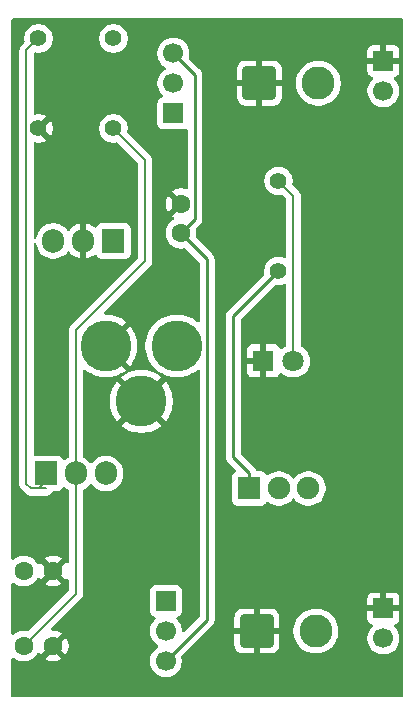
<source format=gtl>
%TF.GenerationSoftware,KiCad,Pcbnew,9.0.6-9.0.6~ubuntu24.04.1*%
%TF.CreationDate,2025-11-30T14:47:37-06:00*%
%TF.ProjectId,breadboard_power_supply,62726561-6462-46f6-9172-645f706f7765,Version 1*%
%TF.SameCoordinates,Original*%
%TF.FileFunction,Copper,L1,Top*%
%TF.FilePolarity,Positive*%
%FSLAX46Y46*%
G04 Gerber Fmt 4.6, Leading zero omitted, Abs format (unit mm)*
G04 Created by KiCad (PCBNEW 9.0.6-9.0.6~ubuntu24.04.1) date 2025-11-30 14:47:37*
%MOMM*%
%LPD*%
G01*
G04 APERTURE LIST*
G04 Aperture macros list*
%AMRoundRect*
0 Rectangle with rounded corners*
0 $1 Rounding radius*
0 $2 $3 $4 $5 $6 $7 $8 $9 X,Y pos of 4 corners*
0 Add a 4 corners polygon primitive as box body*
4,1,4,$2,$3,$4,$5,$6,$7,$8,$9,$2,$3,0*
0 Add four circle primitives for the rounded corners*
1,1,$1+$1,$2,$3*
1,1,$1+$1,$4,$5*
1,1,$1+$1,$6,$7*
1,1,$1+$1,$8,$9*
0 Add four rect primitives between the rounded corners*
20,1,$1+$1,$2,$3,$4,$5,0*
20,1,$1+$1,$4,$5,$6,$7,0*
20,1,$1+$1,$6,$7,$8,$9,0*
20,1,$1+$1,$8,$9,$2,$3,0*%
G04 Aperture macros list end*
%TA.AperFunction,ComponentPad*%
%ADD10R,1.700000X1.700000*%
%TD*%
%TA.AperFunction,ComponentPad*%
%ADD11C,1.700000*%
%TD*%
%TA.AperFunction,ComponentPad*%
%ADD12C,1.600000*%
%TD*%
%TA.AperFunction,ComponentPad*%
%ADD13C,1.400000*%
%TD*%
%TA.AperFunction,ComponentPad*%
%ADD14R,1.900000X1.900000*%
%TD*%
%TA.AperFunction,ComponentPad*%
%ADD15C,1.900000*%
%TD*%
%TA.AperFunction,ComponentPad*%
%ADD16R,1.800000X1.800000*%
%TD*%
%TA.AperFunction,ComponentPad*%
%ADD17C,1.800000*%
%TD*%
%TA.AperFunction,ComponentPad*%
%ADD18R,1.905000X2.000000*%
%TD*%
%TA.AperFunction,ComponentPad*%
%ADD19O,1.905000X2.000000*%
%TD*%
%TA.AperFunction,ComponentPad*%
%ADD20RoundRect,0.250001X-1.149999X-1.149999X1.149999X-1.149999X1.149999X1.149999X-1.149999X1.149999X0*%
%TD*%
%TA.AperFunction,ComponentPad*%
%ADD21C,2.800000*%
%TD*%
%TA.AperFunction,ComponentPad*%
%ADD22C,4.318000*%
%TD*%
%TA.AperFunction,Conductor*%
%ADD23C,0.200000*%
%TD*%
%TA.AperFunction,Conductor*%
%ADD24C,0.250000*%
%TD*%
G04 APERTURE END LIST*
D10*
%TO.P,J3,1,Pin_1*%
%TO.N,/3.3V*%
X189230000Y-125730000D03*
D11*
%TO.P,J3,2,Pin_2*%
%TO.N,/POWER_OUT_BOTTOM*%
X189230000Y-128270000D03*
%TO.P,J3,3,Pin_3*%
%TO.N,/5V*%
X189230000Y-130810000D03*
%TD*%
D12*
%TO.P,C3,1*%
%TO.N,/3.3V*%
X177185000Y-129540000D03*
%TO.P,C3,2*%
%TO.N,GND*%
X179685000Y-129540000D03*
%TD*%
D13*
%TO.P,R2,1*%
%TO.N,Net-(U2-ADJ)*%
X184785000Y-78105000D03*
%TO.P,R2,2*%
%TO.N,/3.3V*%
X184785000Y-85725000D03*
%TD*%
D14*
%TO.P,S1,1*%
%TO.N,/12V*%
X196295000Y-116205000D03*
D15*
%TO.P,S1,2*%
%TO.N,/PWR_INPUT*%
X198795000Y-116205000D03*
%TO.P,S1,3*%
%TO.N,unconnected-(S1-Pad3)*%
X201295000Y-116205000D03*
%TD*%
D10*
%TO.P,J1,1,Pin_1*%
%TO.N,GND*%
X207645000Y-80010000D03*
D11*
%TO.P,J1,2,Pin_2*%
%TO.N,/POWER_OUT_TOP*%
X207645000Y-82550000D03*
%TD*%
D16*
%TO.P,D1,1*%
%TO.N,GND*%
X197485000Y-105410000D03*
D17*
%TO.P,D1,2*%
%TO.N,Net-(D1-Pad2)*%
X200025000Y-105410000D03*
%TD*%
D18*
%TO.P,U3,1,VI*%
%TO.N,/12V*%
X184785000Y-95250000D03*
D19*
%TO.P,U3,2,GND*%
%TO.N,GND*%
X182245000Y-95250000D03*
%TO.P,U3,3,VO*%
%TO.N,/5V*%
X179705000Y-95250000D03*
%TD*%
D12*
%TO.P,C1,1*%
%TO.N,/12V*%
X177185000Y-123190000D03*
%TO.P,C1,2*%
%TO.N,GND*%
X179685000Y-123190000D03*
%TD*%
D10*
%TO.P,J2,1,Pin_1*%
%TO.N,GND*%
X207645000Y-126365000D03*
D11*
%TO.P,J2,2,Pin_2*%
%TO.N,/POWER_OUT_BOTTOM*%
X207645000Y-128905000D03*
%TD*%
D10*
%TO.P,J4,1,Pin_1*%
%TO.N,/3.3V*%
X189865000Y-84455000D03*
D11*
%TO.P,J4,2,Pin_2*%
%TO.N,/POWER_OUT_TOP*%
X189865000Y-81915000D03*
%TO.P,J4,3,Pin_3*%
%TO.N,/5V*%
X189865000Y-79375000D03*
%TD*%
D13*
%TO.P,R3,1*%
%TO.N,GND*%
X178435000Y-85725000D03*
%TO.P,R3,2*%
%TO.N,Net-(U2-ADJ)*%
X178435000Y-78105000D03*
%TD*%
D20*
%TO.P,J7,1,Pin_1*%
%TO.N,GND*%
X196930000Y-128270000D03*
D21*
%TO.P,J7,2,Pin_2*%
%TO.N,/POWER_OUT_BOTTOM*%
X201930000Y-128270000D03*
%TD*%
D12*
%TO.P,C2,1*%
%TO.N,/5V*%
X190500000Y-94595000D03*
%TO.P,C2,2*%
%TO.N,GND*%
X190500000Y-92095000D03*
%TD*%
D18*
%TO.P,U2,1,ADJ*%
%TO.N,Net-(U2-ADJ)*%
X179070000Y-114935000D03*
D19*
%TO.P,U2,2,VO*%
%TO.N,/3.3V*%
X181610000Y-114935000D03*
%TO.P,U2,3,VI*%
%TO.N,/12V*%
X184150000Y-114935000D03*
%TD*%
D20*
%TO.P,J5,1,Pin_1*%
%TO.N,GND*%
X197140000Y-81882500D03*
D21*
%TO.P,J5,2,Pin_2*%
%TO.N,/POWER_OUT_TOP*%
X202140000Y-81882500D03*
%TD*%
D13*
%TO.P,R1,1*%
%TO.N,Net-(D1-Pad2)*%
X198755000Y-90170000D03*
%TO.P,R1,2*%
%TO.N,/12V*%
X198755000Y-97790000D03*
%TD*%
D22*
%TO.P,J6,1,PWR*%
%TO.N,/PWR_INPUT*%
X190150000Y-104140000D03*
%TO.P,J6,2,GND*%
%TO.N,GND*%
X184150000Y-104140000D03*
%TO.P,J6,3,GNDBREAK*%
X187150000Y-108840000D03*
%TD*%
D23*
%TO.N,Net-(U2-ADJ)*%
X177417000Y-79122900D02*
X177417000Y-115806000D01*
X178435000Y-78105000D02*
X177417000Y-79122900D01*
X177417000Y-115806000D02*
X177816000Y-116205000D01*
X179070000Y-115578000D02*
X179070000Y-114935000D01*
X178443000Y-116205000D02*
X179070000Y-115578000D01*
X179070000Y-116205000D02*
X177816000Y-116205000D01*
%TO.N,Net-(D1-Pad2)*%
X200025000Y-91440000D02*
X200025000Y-105410000D01*
X198755000Y-90170000D02*
X200025000Y-91440000D01*
%TO.N,/3.3V*%
X181610000Y-125115000D02*
X181610000Y-114935000D01*
X177185000Y-129540000D02*
X181610000Y-125115000D01*
X187477000Y-88417400D02*
X184785000Y-85725000D01*
X187477000Y-96951800D02*
X187477000Y-88417400D01*
X181610000Y-102819000D02*
X187477000Y-96951800D01*
X181610000Y-114935000D02*
X181610000Y-102819000D01*
D24*
%TO.N,/5V*%
X192720000Y-96814700D02*
X190500000Y-94595000D01*
X192720000Y-127320000D02*
X192720000Y-96814700D01*
X189230000Y-130810000D02*
X192720000Y-127320000D01*
X191698000Y-93397500D02*
X190500000Y-94595000D01*
X191698000Y-81207500D02*
X191698000Y-93397500D01*
X189865000Y-79375000D02*
X191698000Y-81207500D01*
%TO.N,/12V*%
X196295000Y-114878000D02*
X196295000Y-116205000D01*
X194945000Y-113528000D02*
X196295000Y-114878000D01*
X194945000Y-101600000D02*
X194945000Y-113528000D01*
X198755000Y-97790000D02*
X194945000Y-101600000D01*
%TD*%
%TA.AperFunction,Conductor*%
%TO.N,GND*%
G36*
X209246539Y-76426685D02*
G01*
X209292294Y-76479489D01*
X209303500Y-76531000D01*
X209303500Y-133777500D01*
X209283815Y-133844539D01*
X209231011Y-133890294D01*
X209179500Y-133901500D01*
X176265500Y-133901500D01*
X176198461Y-133881815D01*
X176152706Y-133829011D01*
X176141500Y-133777500D01*
X176141500Y-130632723D01*
X176161185Y-130565684D01*
X176213989Y-130519929D01*
X176283147Y-130509985D01*
X176338385Y-130532405D01*
X176503390Y-130652287D01*
X176604319Y-130703713D01*
X176685776Y-130745218D01*
X176685778Y-130745218D01*
X176685781Y-130745220D01*
X176790137Y-130779127D01*
X176880465Y-130808477D01*
X176981557Y-130824488D01*
X177082648Y-130840500D01*
X177082649Y-130840500D01*
X177287351Y-130840500D01*
X177287352Y-130840500D01*
X177489534Y-130808477D01*
X177684219Y-130745220D01*
X177866610Y-130652287D01*
X177985810Y-130565684D01*
X178032213Y-130531971D01*
X178032215Y-130531968D01*
X178032219Y-130531966D01*
X178176966Y-130387219D01*
X178176968Y-130387215D01*
X178176971Y-130387213D01*
X178297286Y-130221611D01*
X178297415Y-130221359D01*
X178324795Y-130167621D01*
X178372769Y-130116826D01*
X178440589Y-130100030D01*
X178506725Y-130122567D01*
X178545765Y-130167621D01*
X178573141Y-130221350D01*
X178573147Y-130221359D01*
X178605523Y-130265921D01*
X178605524Y-130265922D01*
X179285000Y-129586446D01*
X179285000Y-129592661D01*
X179312259Y-129694394D01*
X179364920Y-129785606D01*
X179439394Y-129860080D01*
X179530606Y-129912741D01*
X179632339Y-129940000D01*
X179638553Y-129940000D01*
X178959076Y-130619474D01*
X179003650Y-130651859D01*
X179185968Y-130744755D01*
X179380582Y-130807990D01*
X179582683Y-130840000D01*
X179787317Y-130840000D01*
X179989417Y-130807990D01*
X180184031Y-130744755D01*
X180366349Y-130651859D01*
X180410921Y-130619474D01*
X179731447Y-129940000D01*
X179737661Y-129940000D01*
X179839394Y-129912741D01*
X179930606Y-129860080D01*
X180005080Y-129785606D01*
X180057741Y-129694394D01*
X180085000Y-129592661D01*
X180085000Y-129586447D01*
X180764474Y-130265921D01*
X180796859Y-130221349D01*
X180889755Y-130039031D01*
X180952990Y-129844417D01*
X180985000Y-129642317D01*
X180985000Y-129437682D01*
X180952990Y-129235582D01*
X180889755Y-129040968D01*
X180796859Y-128858650D01*
X180764474Y-128814077D01*
X180764474Y-128814076D01*
X180085000Y-129493551D01*
X180085000Y-129487339D01*
X180057741Y-129385606D01*
X180005080Y-129294394D01*
X179930606Y-129219920D01*
X179839394Y-129167259D01*
X179737661Y-129140000D01*
X179731446Y-129140000D01*
X180410922Y-128460524D01*
X180410921Y-128460523D01*
X180366359Y-128428147D01*
X180366350Y-128428141D01*
X180184031Y-128335244D01*
X179989417Y-128272009D01*
X179787317Y-128240000D01*
X179633595Y-128240000D01*
X179566556Y-128220315D01*
X179520801Y-128167511D01*
X179510857Y-128098353D01*
X179539882Y-128034797D01*
X179545900Y-128028333D01*
X181978713Y-125595521D01*
X181978716Y-125595520D01*
X182090520Y-125483716D01*
X182140639Y-125396904D01*
X182169577Y-125346785D01*
X182210501Y-125194057D01*
X182210501Y-125035943D01*
X182210501Y-125028348D01*
X182210500Y-125028330D01*
X182210500Y-116383256D01*
X182230185Y-116316217D01*
X182278204Y-116272772D01*
X182371538Y-116225217D01*
X182556566Y-116090786D01*
X182718286Y-115929066D01*
X182779683Y-115844559D01*
X182835012Y-115801896D01*
X182904625Y-115795917D01*
X182966420Y-115828523D01*
X182980314Y-115844556D01*
X183041714Y-115929066D01*
X183203434Y-116090786D01*
X183388462Y-116225217D01*
X183592242Y-116329048D01*
X183592244Y-116329049D01*
X183809751Y-116399721D01*
X183809752Y-116399721D01*
X183809755Y-116399722D01*
X184035646Y-116435500D01*
X184035647Y-116435500D01*
X184264353Y-116435500D01*
X184264354Y-116435500D01*
X184490245Y-116399722D01*
X184490248Y-116399721D01*
X184490249Y-116399721D01*
X184707755Y-116329049D01*
X184707755Y-116329048D01*
X184707758Y-116329048D01*
X184911538Y-116225217D01*
X185096566Y-116090786D01*
X185258286Y-115929066D01*
X185392717Y-115744038D01*
X185496548Y-115540258D01*
X185527573Y-115444772D01*
X185567221Y-115322749D01*
X185567221Y-115322748D01*
X185567222Y-115322745D01*
X185603000Y-115096854D01*
X185603000Y-114773146D01*
X185567222Y-114547255D01*
X185567221Y-114547251D01*
X185567221Y-114547250D01*
X185496549Y-114329744D01*
X185496548Y-114329742D01*
X185392717Y-114125962D01*
X185258286Y-113940934D01*
X185096566Y-113779214D01*
X184911538Y-113644783D01*
X184803249Y-113589607D01*
X184707755Y-113540950D01*
X184490248Y-113470278D01*
X184299736Y-113440104D01*
X184264354Y-113434500D01*
X184035646Y-113434500D01*
X183995188Y-113440908D01*
X183809753Y-113470278D01*
X183809750Y-113470278D01*
X183592244Y-113540950D01*
X183388461Y-113644783D01*
X183298078Y-113710451D01*
X183203434Y-113779214D01*
X183203432Y-113779216D01*
X183203431Y-113779216D01*
X183041715Y-113940932D01*
X182980318Y-114025438D01*
X182924987Y-114068103D01*
X182855374Y-114074082D01*
X182793579Y-114041476D01*
X182779682Y-114025438D01*
X182768773Y-114010423D01*
X182718286Y-113940934D01*
X182556566Y-113779214D01*
X182371538Y-113644783D01*
X182278205Y-113597227D01*
X182227409Y-113549252D01*
X182210500Y-113486742D01*
X182210500Y-108690667D01*
X184491000Y-108690667D01*
X184491000Y-108989332D01*
X184524435Y-109286086D01*
X184524438Y-109286100D01*
X184590894Y-109577265D01*
X184590898Y-109577277D01*
X184689534Y-109859162D01*
X184819112Y-110128232D01*
X184978005Y-110381110D01*
X185101045Y-110535399D01*
X185928342Y-109708102D01*
X186006932Y-109816272D01*
X186173728Y-109983068D01*
X186281895Y-110061657D01*
X185454599Y-110888953D01*
X185608889Y-111011994D01*
X185861767Y-111170887D01*
X186130837Y-111300465D01*
X186412722Y-111399101D01*
X186412734Y-111399105D01*
X186703899Y-111465561D01*
X186703913Y-111465564D01*
X187000667Y-111498999D01*
X187000671Y-111499000D01*
X187299329Y-111499000D01*
X187299332Y-111498999D01*
X187596086Y-111465564D01*
X187596100Y-111465561D01*
X187887265Y-111399105D01*
X187887277Y-111399101D01*
X188169162Y-111300465D01*
X188438232Y-111170887D01*
X188691110Y-111011994D01*
X188845399Y-110888952D01*
X188018103Y-110061657D01*
X188126272Y-109983068D01*
X188293068Y-109816272D01*
X188371657Y-109708104D01*
X189198952Y-110535399D01*
X189321994Y-110381110D01*
X189480887Y-110128232D01*
X189610465Y-109859162D01*
X189709101Y-109577277D01*
X189709105Y-109577265D01*
X189775561Y-109286100D01*
X189775564Y-109286086D01*
X189808999Y-108989332D01*
X189809000Y-108989328D01*
X189809000Y-108690671D01*
X189808999Y-108690667D01*
X189775564Y-108393913D01*
X189775561Y-108393899D01*
X189709105Y-108102734D01*
X189709101Y-108102722D01*
X189610465Y-107820837D01*
X189480887Y-107551767D01*
X189321994Y-107298889D01*
X189198953Y-107144599D01*
X188371656Y-107971895D01*
X188293068Y-107863728D01*
X188126272Y-107696932D01*
X188018103Y-107618342D01*
X188845399Y-106791045D01*
X188691110Y-106668005D01*
X188438232Y-106509112D01*
X188169162Y-106379534D01*
X187887277Y-106280898D01*
X187887265Y-106280894D01*
X187596100Y-106214438D01*
X187596086Y-106214435D01*
X187299332Y-106181000D01*
X187000667Y-106181000D01*
X186703913Y-106214435D01*
X186703899Y-106214438D01*
X186412734Y-106280894D01*
X186412722Y-106280898D01*
X186130837Y-106379534D01*
X185861767Y-106509112D01*
X185608894Y-106668001D01*
X185454600Y-106791046D01*
X186281896Y-107618342D01*
X186173728Y-107696932D01*
X186006932Y-107863728D01*
X185928342Y-107971896D01*
X185101046Y-107144600D01*
X184978001Y-107298894D01*
X184819112Y-107551767D01*
X184689534Y-107820837D01*
X184590898Y-108102722D01*
X184590894Y-108102734D01*
X184524438Y-108393899D01*
X184524435Y-108393913D01*
X184491000Y-108690667D01*
X182210500Y-108690667D01*
X182210500Y-106251778D01*
X182230185Y-106184739D01*
X182282989Y-106138984D01*
X182352147Y-106129040D01*
X182411813Y-106154831D01*
X182608889Y-106311994D01*
X182861767Y-106470887D01*
X183130837Y-106600465D01*
X183412722Y-106699101D01*
X183412734Y-106699105D01*
X183703899Y-106765561D01*
X183703913Y-106765564D01*
X184000667Y-106798999D01*
X184000671Y-106799000D01*
X184299329Y-106799000D01*
X184299332Y-106798999D01*
X184596086Y-106765564D01*
X184596100Y-106765561D01*
X184801849Y-106718601D01*
X184801850Y-106718600D01*
X184887261Y-106699106D01*
X184887277Y-106699101D01*
X185169162Y-106600465D01*
X185438232Y-106470887D01*
X185691110Y-106311994D01*
X185845399Y-106188952D01*
X185018104Y-105361657D01*
X185126272Y-105283068D01*
X185293068Y-105116272D01*
X185371657Y-105008103D01*
X186198952Y-105835399D01*
X186321994Y-105681110D01*
X186480887Y-105428232D01*
X186610465Y-105159162D01*
X186709101Y-104877277D01*
X186709105Y-104877265D01*
X186775561Y-104586100D01*
X186775564Y-104586086D01*
X186808999Y-104289332D01*
X186809000Y-104289328D01*
X186809000Y-103990669D01*
X186808997Y-103990641D01*
X187490500Y-103990641D01*
X187490500Y-104289358D01*
X187523943Y-104586172D01*
X187523945Y-104586184D01*
X187590413Y-104877403D01*
X187590417Y-104877415D01*
X187689072Y-105159353D01*
X187818674Y-105428474D01*
X187977600Y-105681403D01*
X187977601Y-105681405D01*
X188163833Y-105914934D01*
X188375065Y-106126166D01*
X188608594Y-106312398D01*
X188608597Y-106312399D01*
X188608599Y-106312401D01*
X188861523Y-106471324D01*
X189130650Y-106600929D01*
X189322331Y-106668001D01*
X189412584Y-106699582D01*
X189412596Y-106699586D01*
X189703815Y-106766055D01*
X190000642Y-106799499D01*
X190000643Y-106799500D01*
X190000646Y-106799500D01*
X190299357Y-106799500D01*
X190299357Y-106799499D01*
X190596185Y-106766055D01*
X190887404Y-106699586D01*
X191169350Y-106600929D01*
X191438477Y-106471324D01*
X191691401Y-106312401D01*
X191893189Y-106151481D01*
X191957874Y-106125073D01*
X192026569Y-106137830D01*
X192077463Y-106185700D01*
X192094500Y-106248429D01*
X192094500Y-127009547D01*
X192074815Y-127076586D01*
X192058181Y-127097228D01*
X190792181Y-128363228D01*
X190730858Y-128396713D01*
X190661166Y-128391729D01*
X190605233Y-128349857D01*
X190580816Y-128284393D01*
X190580500Y-128275547D01*
X190580500Y-128163713D01*
X190567305Y-128080402D01*
X190547246Y-127953757D01*
X190481557Y-127751588D01*
X190385051Y-127562184D01*
X190385049Y-127562181D01*
X190385048Y-127562179D01*
X190260109Y-127390213D01*
X190146569Y-127276673D01*
X190113084Y-127215350D01*
X190118068Y-127145658D01*
X190159940Y-127089725D01*
X190190915Y-127072810D01*
X190322331Y-127023796D01*
X190437546Y-126937546D01*
X190523796Y-126822331D01*
X190574091Y-126687483D01*
X190580500Y-126627873D01*
X190580499Y-124832128D01*
X190574091Y-124772517D01*
X190523796Y-124637669D01*
X190523795Y-124637668D01*
X190523793Y-124637664D01*
X190437547Y-124522455D01*
X190437544Y-124522452D01*
X190322335Y-124436206D01*
X190322328Y-124436202D01*
X190187482Y-124385908D01*
X190187483Y-124385908D01*
X190127883Y-124379501D01*
X190127881Y-124379500D01*
X190127873Y-124379500D01*
X190127864Y-124379500D01*
X188332129Y-124379500D01*
X188332123Y-124379501D01*
X188272516Y-124385908D01*
X188137671Y-124436202D01*
X188137664Y-124436206D01*
X188022455Y-124522452D01*
X188022452Y-124522455D01*
X187936206Y-124637664D01*
X187936202Y-124637671D01*
X187885908Y-124772517D01*
X187881352Y-124814902D01*
X187879501Y-124832123D01*
X187879500Y-124832135D01*
X187879500Y-126627870D01*
X187879501Y-126627876D01*
X187885908Y-126687483D01*
X187936202Y-126822328D01*
X187936206Y-126822335D01*
X188022452Y-126937544D01*
X188022455Y-126937547D01*
X188137664Y-127023793D01*
X188137671Y-127023797D01*
X188269082Y-127072810D01*
X188325016Y-127114681D01*
X188349433Y-127180145D01*
X188334582Y-127248418D01*
X188313431Y-127276673D01*
X188199889Y-127390215D01*
X188074951Y-127562179D01*
X187978444Y-127751585D01*
X187912753Y-127953760D01*
X187879500Y-128163713D01*
X187879500Y-128376286D01*
X187906632Y-128547595D01*
X187912754Y-128586243D01*
X187970417Y-128763712D01*
X187978444Y-128788414D01*
X188074951Y-128977820D01*
X188199890Y-129149786D01*
X188350213Y-129300109D01*
X188522182Y-129425050D01*
X188530946Y-129429516D01*
X188581742Y-129477491D01*
X188598536Y-129545312D01*
X188575998Y-129611447D01*
X188530946Y-129650484D01*
X188522182Y-129654949D01*
X188350213Y-129779890D01*
X188199890Y-129930213D01*
X188074951Y-130102179D01*
X187978444Y-130291585D01*
X187912753Y-130493760D01*
X187879500Y-130703713D01*
X187879500Y-130916286D01*
X187912753Y-131126239D01*
X187978444Y-131328414D01*
X188074951Y-131517820D01*
X188199890Y-131689786D01*
X188350213Y-131840109D01*
X188522179Y-131965048D01*
X188522181Y-131965049D01*
X188522184Y-131965051D01*
X188711588Y-132061557D01*
X188913757Y-132127246D01*
X189123713Y-132160500D01*
X189123714Y-132160500D01*
X189336286Y-132160500D01*
X189336287Y-132160500D01*
X189546243Y-132127246D01*
X189748412Y-132061557D01*
X189937816Y-131965051D01*
X189959789Y-131949086D01*
X190109786Y-131840109D01*
X190109788Y-131840106D01*
X190109792Y-131840104D01*
X190260104Y-131689792D01*
X190260106Y-131689788D01*
X190260109Y-131689786D01*
X190385048Y-131517820D01*
X190385047Y-131517820D01*
X190385051Y-131517816D01*
X190481557Y-131328412D01*
X190547246Y-131126243D01*
X190580500Y-130916287D01*
X190580500Y-130703713D01*
X190547246Y-130493757D01*
X190542178Y-130478159D01*
X190540183Y-130408318D01*
X190572426Y-130352163D01*
X193205857Y-127718734D01*
X193274311Y-127616286D01*
X193299904Y-127554500D01*
X193321463Y-127502452D01*
X193345500Y-127381606D01*
X193345500Y-127070014D01*
X195030000Y-127070014D01*
X195030000Y-128020000D01*
X196329999Y-128020000D01*
X196304979Y-128080402D01*
X196280000Y-128205981D01*
X196280000Y-128334019D01*
X196304979Y-128459598D01*
X196329999Y-128520000D01*
X195030000Y-128520000D01*
X195030000Y-129469985D01*
X195040493Y-129572689D01*
X195040494Y-129572696D01*
X195095641Y-129739118D01*
X195095643Y-129739123D01*
X195187684Y-129888344D01*
X195311655Y-130012315D01*
X195460876Y-130104356D01*
X195460881Y-130104358D01*
X195627303Y-130159505D01*
X195627310Y-130159506D01*
X195730014Y-130169999D01*
X195730027Y-130170000D01*
X196680000Y-130170000D01*
X196680000Y-128870001D01*
X196740402Y-128895021D01*
X196865981Y-128920000D01*
X196994019Y-128920000D01*
X197119598Y-128895021D01*
X197180000Y-128870001D01*
X197180000Y-130170000D01*
X198129973Y-130170000D01*
X198129985Y-130169999D01*
X198232689Y-130159506D01*
X198232696Y-130159505D01*
X198399118Y-130104358D01*
X198399123Y-130104356D01*
X198548344Y-130012315D01*
X198672315Y-129888344D01*
X198764356Y-129739123D01*
X198764358Y-129739118D01*
X198819505Y-129572696D01*
X198819506Y-129572689D01*
X198829999Y-129469985D01*
X198830000Y-129469972D01*
X198830000Y-128520000D01*
X197530001Y-128520000D01*
X197555021Y-128459598D01*
X197580000Y-128334019D01*
X197580000Y-128205981D01*
X197567958Y-128145441D01*
X200029500Y-128145441D01*
X200029500Y-128394558D01*
X200029501Y-128394575D01*
X200059009Y-128618714D01*
X200062018Y-128641565D01*
X200094221Y-128761747D01*
X200126498Y-128882207D01*
X200221830Y-129112361D01*
X200221837Y-129112376D01*
X200346400Y-129328126D01*
X200498060Y-129525774D01*
X200498066Y-129525781D01*
X200674218Y-129701933D01*
X200674225Y-129701939D01*
X200871873Y-129853599D01*
X201087623Y-129978162D01*
X201087638Y-129978169D01*
X201170075Y-130012315D01*
X201317793Y-130073502D01*
X201558435Y-130137982D01*
X201805435Y-130170500D01*
X201805442Y-130170500D01*
X202054558Y-130170500D01*
X202054565Y-130170500D01*
X202301565Y-130137982D01*
X202542207Y-130073502D01*
X202772373Y-129978164D01*
X202988127Y-129853599D01*
X203185776Y-129701938D01*
X203361938Y-129525776D01*
X203513599Y-129328127D01*
X203638164Y-129112373D01*
X203733502Y-128882207D01*
X203755874Y-128798713D01*
X206294500Y-128798713D01*
X206294500Y-129011286D01*
X206319203Y-129167259D01*
X206327754Y-129221243D01*
X206353379Y-129300109D01*
X206393444Y-129423414D01*
X206489951Y-129612820D01*
X206614890Y-129784786D01*
X206765213Y-129935109D01*
X206937179Y-130060048D01*
X206937181Y-130060049D01*
X206937184Y-130060051D01*
X207126588Y-130156557D01*
X207328757Y-130222246D01*
X207538713Y-130255500D01*
X207538714Y-130255500D01*
X207751286Y-130255500D01*
X207751287Y-130255500D01*
X207961243Y-130222246D01*
X208163412Y-130156557D01*
X208352816Y-130060051D01*
X208381748Y-130039031D01*
X208524786Y-129935109D01*
X208524788Y-129935106D01*
X208524792Y-129935104D01*
X208675104Y-129784792D01*
X208675106Y-129784788D01*
X208675109Y-129784786D01*
X208800048Y-129612820D01*
X208800047Y-129612820D01*
X208800051Y-129612816D01*
X208896557Y-129423412D01*
X208962246Y-129221243D01*
X208995500Y-129011287D01*
X208995500Y-128798713D01*
X208962246Y-128588757D01*
X208896557Y-128386588D01*
X208800051Y-128197184D01*
X208800049Y-128197181D01*
X208800048Y-128197179D01*
X208675109Y-128025213D01*
X208561181Y-127911285D01*
X208527696Y-127849962D01*
X208532680Y-127780270D01*
X208574552Y-127724337D01*
X208605529Y-127707422D01*
X208737086Y-127658354D01*
X208737093Y-127658350D01*
X208852187Y-127572190D01*
X208852190Y-127572187D01*
X208938350Y-127457093D01*
X208938354Y-127457086D01*
X208988596Y-127322379D01*
X208988598Y-127322372D01*
X208994999Y-127262844D01*
X208995000Y-127262827D01*
X208995000Y-126615000D01*
X208078012Y-126615000D01*
X208110925Y-126557993D01*
X208145000Y-126430826D01*
X208145000Y-126299174D01*
X208110925Y-126172007D01*
X208078012Y-126115000D01*
X208995000Y-126115000D01*
X208995000Y-125467172D01*
X208994999Y-125467155D01*
X208988598Y-125407627D01*
X208988596Y-125407620D01*
X208938354Y-125272913D01*
X208938350Y-125272906D01*
X208852190Y-125157812D01*
X208852187Y-125157809D01*
X208737093Y-125071649D01*
X208737086Y-125071645D01*
X208602379Y-125021403D01*
X208602372Y-125021401D01*
X208542844Y-125015000D01*
X207895000Y-125015000D01*
X207895000Y-125931988D01*
X207837993Y-125899075D01*
X207710826Y-125865000D01*
X207579174Y-125865000D01*
X207452007Y-125899075D01*
X207395000Y-125931988D01*
X207395000Y-125015000D01*
X206747155Y-125015000D01*
X206687627Y-125021401D01*
X206687620Y-125021403D01*
X206552913Y-125071645D01*
X206552906Y-125071649D01*
X206437812Y-125157809D01*
X206437809Y-125157812D01*
X206351649Y-125272906D01*
X206351645Y-125272913D01*
X206301403Y-125407620D01*
X206301401Y-125407627D01*
X206295000Y-125467155D01*
X206295000Y-126115000D01*
X207211988Y-126115000D01*
X207179075Y-126172007D01*
X207145000Y-126299174D01*
X207145000Y-126430826D01*
X207179075Y-126557993D01*
X207211988Y-126615000D01*
X206295000Y-126615000D01*
X206295000Y-127262844D01*
X206301401Y-127322372D01*
X206301403Y-127322379D01*
X206351645Y-127457086D01*
X206351649Y-127457093D01*
X206437809Y-127572187D01*
X206437812Y-127572190D01*
X206552906Y-127658350D01*
X206552913Y-127658354D01*
X206684470Y-127707422D01*
X206740404Y-127749293D01*
X206764821Y-127814758D01*
X206749969Y-127883031D01*
X206728819Y-127911285D01*
X206614889Y-128025215D01*
X206489951Y-128197179D01*
X206393444Y-128386585D01*
X206327753Y-128588760D01*
X206294500Y-128798713D01*
X203755874Y-128798713D01*
X203797982Y-128641565D01*
X203830500Y-128394565D01*
X203830500Y-128145435D01*
X203797982Y-127898435D01*
X203733502Y-127657793D01*
X203669154Y-127502444D01*
X203638169Y-127427638D01*
X203638162Y-127427623D01*
X203513599Y-127211873D01*
X203361939Y-127014225D01*
X203361933Y-127014218D01*
X203185781Y-126838066D01*
X203185774Y-126838060D01*
X202988126Y-126686400D01*
X202772376Y-126561837D01*
X202772361Y-126561830D01*
X202542207Y-126466498D01*
X202427047Y-126435641D01*
X202301565Y-126402018D01*
X202301564Y-126402017D01*
X202301561Y-126402017D01*
X202054575Y-126369501D01*
X202054570Y-126369500D01*
X202054565Y-126369500D01*
X201805435Y-126369500D01*
X201805429Y-126369500D01*
X201805424Y-126369501D01*
X201558438Y-126402017D01*
X201317792Y-126466498D01*
X201087638Y-126561830D01*
X201087623Y-126561837D01*
X200871873Y-126686400D01*
X200674225Y-126838060D01*
X200674218Y-126838066D01*
X200498066Y-127014218D01*
X200498060Y-127014225D01*
X200346400Y-127211873D01*
X200221837Y-127427623D01*
X200221830Y-127427638D01*
X200126498Y-127657792D01*
X200062017Y-127898438D01*
X200029501Y-128145424D01*
X200029500Y-128145441D01*
X197567958Y-128145441D01*
X197555021Y-128080402D01*
X197530001Y-128020000D01*
X198830000Y-128020000D01*
X198830000Y-127070027D01*
X198829999Y-127070014D01*
X198819506Y-126967310D01*
X198819505Y-126967303D01*
X198764358Y-126800881D01*
X198764356Y-126800876D01*
X198672315Y-126651655D01*
X198548344Y-126527684D01*
X198399123Y-126435643D01*
X198399118Y-126435641D01*
X198232696Y-126380494D01*
X198232689Y-126380493D01*
X198129985Y-126370000D01*
X197180000Y-126370000D01*
X197180000Y-127669998D01*
X197119598Y-127644979D01*
X196994019Y-127620000D01*
X196865981Y-127620000D01*
X196740402Y-127644979D01*
X196680000Y-127669998D01*
X196680000Y-126370000D01*
X195730014Y-126370000D01*
X195627310Y-126380493D01*
X195627303Y-126380494D01*
X195460881Y-126435641D01*
X195460876Y-126435643D01*
X195311655Y-126527684D01*
X195187684Y-126651655D01*
X195095643Y-126800876D01*
X195095641Y-126800881D01*
X195040494Y-126967303D01*
X195040493Y-126967310D01*
X195030000Y-127070014D01*
X193345500Y-127070014D01*
X193345500Y-101538394D01*
X194319500Y-101538394D01*
X194319500Y-101547080D01*
X194319500Y-113589611D01*
X194343535Y-113710444D01*
X194343540Y-113710461D01*
X194390685Y-113824280D01*
X194390687Y-113824283D01*
X194390688Y-113824286D01*
X194424915Y-113875509D01*
X194459142Y-113926733D01*
X194546267Y-114013858D01*
X194546270Y-114013860D01*
X194553554Y-114021144D01*
X195141724Y-114609314D01*
X195175209Y-114670637D01*
X195170225Y-114740329D01*
X195128353Y-114796262D01*
X195110069Y-114806248D01*
X195110454Y-114806953D01*
X195102664Y-114811206D01*
X194987455Y-114897452D01*
X194987452Y-114897455D01*
X194901206Y-115012664D01*
X194901202Y-115012671D01*
X194850908Y-115147517D01*
X194844501Y-115207116D01*
X194844500Y-115207135D01*
X194844500Y-117202870D01*
X194844501Y-117202876D01*
X194850908Y-117262483D01*
X194901202Y-117397328D01*
X194901206Y-117397335D01*
X194987452Y-117512544D01*
X194987455Y-117512547D01*
X195102664Y-117598793D01*
X195102671Y-117598797D01*
X195237517Y-117649091D01*
X195237516Y-117649091D01*
X195244444Y-117649835D01*
X195297127Y-117655500D01*
X197292872Y-117655499D01*
X197352483Y-117649091D01*
X197487331Y-117598796D01*
X197602546Y-117512546D01*
X197688796Y-117397331D01*
X197691368Y-117390436D01*
X197733237Y-117334501D01*
X197798700Y-117310081D01*
X197866974Y-117324931D01*
X197880435Y-117333445D01*
X198034772Y-117445579D01*
X198130884Y-117494550D01*
X198238196Y-117549229D01*
X198238198Y-117549229D01*
X198238201Y-117549231D01*
X198354592Y-117587049D01*
X198455339Y-117619784D01*
X198680838Y-117655500D01*
X198680843Y-117655500D01*
X198909162Y-117655500D01*
X199134660Y-117619784D01*
X199351799Y-117549231D01*
X199555228Y-117445579D01*
X199739937Y-117311379D01*
X199901379Y-117149937D01*
X199944683Y-117090333D01*
X200000012Y-117047670D01*
X200069626Y-117041691D01*
X200131421Y-117074297D01*
X200145313Y-117090329D01*
X200188621Y-117149937D01*
X200350063Y-117311379D01*
X200534772Y-117445579D01*
X200630884Y-117494550D01*
X200738196Y-117549229D01*
X200738198Y-117549229D01*
X200738201Y-117549231D01*
X200854592Y-117587049D01*
X200955339Y-117619784D01*
X201180838Y-117655500D01*
X201180843Y-117655500D01*
X201409162Y-117655500D01*
X201634660Y-117619784D01*
X201851799Y-117549231D01*
X202055228Y-117445579D01*
X202239937Y-117311379D01*
X202401379Y-117149937D01*
X202535579Y-116965228D01*
X202639231Y-116761799D01*
X202709784Y-116544660D01*
X202726870Y-116436784D01*
X202745500Y-116319162D01*
X202745500Y-116090837D01*
X202709784Y-115865339D01*
X202639229Y-115648196D01*
X202584230Y-115540255D01*
X202535579Y-115444772D01*
X202401379Y-115260063D01*
X202239937Y-115098621D01*
X202055228Y-114964421D01*
X201851803Y-114860770D01*
X201634660Y-114790215D01*
X201409162Y-114754500D01*
X201409157Y-114754500D01*
X201180843Y-114754500D01*
X201180838Y-114754500D01*
X200955339Y-114790215D01*
X200738196Y-114860770D01*
X200534771Y-114964421D01*
X200350061Y-115098622D01*
X200188623Y-115260060D01*
X200188616Y-115260069D01*
X200145317Y-115319664D01*
X200089987Y-115362330D01*
X200020373Y-115368308D01*
X199958579Y-115335701D01*
X199944683Y-115319664D01*
X199901383Y-115260069D01*
X199901379Y-115260063D01*
X199739937Y-115098621D01*
X199555228Y-114964421D01*
X199351803Y-114860770D01*
X199134660Y-114790215D01*
X198909162Y-114754500D01*
X198909157Y-114754500D01*
X198680843Y-114754500D01*
X198680838Y-114754500D01*
X198455339Y-114790215D01*
X198238196Y-114860770D01*
X198034768Y-114964423D01*
X197880436Y-115076552D01*
X197814630Y-115100032D01*
X197746576Y-115084207D01*
X197697881Y-115034101D01*
X197691369Y-115019566D01*
X197688798Y-115012673D01*
X197688793Y-115012664D01*
X197602547Y-114897455D01*
X197602544Y-114897452D01*
X197487335Y-114811206D01*
X197487328Y-114811202D01*
X197352482Y-114760908D01*
X197352483Y-114760908D01*
X197292883Y-114754501D01*
X197292881Y-114754500D01*
X197292873Y-114754500D01*
X197292865Y-114754500D01*
X197003735Y-114754500D01*
X196936696Y-114734815D01*
X196890941Y-114682011D01*
X196889174Y-114677952D01*
X196849314Y-114581720D01*
X196849307Y-114581707D01*
X196780858Y-114479267D01*
X196780855Y-114479263D01*
X196690637Y-114389045D01*
X196690606Y-114389016D01*
X195606819Y-113305229D01*
X195573334Y-113243906D01*
X195570500Y-113217548D01*
X195570500Y-101910452D01*
X195590185Y-101843413D01*
X195606819Y-101822771D01*
X196315450Y-101114140D01*
X198424691Y-99004898D01*
X198486012Y-98971415D01*
X198531767Y-98970108D01*
X198548543Y-98972765D01*
X198660514Y-98990500D01*
X198660519Y-98990500D01*
X198849486Y-98990500D01*
X199036118Y-98960940D01*
X199040067Y-98959657D01*
X199215832Y-98902547D01*
X199244204Y-98888091D01*
X199312873Y-98875194D01*
X199377614Y-98901470D01*
X199417871Y-98958576D01*
X199424500Y-98998575D01*
X199424500Y-104068164D01*
X199404815Y-104135203D01*
X199356796Y-104178648D01*
X199290976Y-104212185D01*
X199112641Y-104341752D01*
X199112636Y-104341756D01*
X199062075Y-104392317D01*
X199000752Y-104425801D01*
X198931060Y-104420816D01*
X198875127Y-104378945D01*
X198858213Y-104347968D01*
X198828354Y-104267913D01*
X198828350Y-104267906D01*
X198742190Y-104152812D01*
X198742187Y-104152809D01*
X198627093Y-104066649D01*
X198627086Y-104066645D01*
X198492379Y-104016403D01*
X198492372Y-104016401D01*
X198432844Y-104010000D01*
X197735000Y-104010000D01*
X197735000Y-105034722D01*
X197658694Y-104990667D01*
X197544244Y-104960000D01*
X197425756Y-104960000D01*
X197311306Y-104990667D01*
X197235000Y-105034722D01*
X197235000Y-104010000D01*
X196537155Y-104010000D01*
X196477627Y-104016401D01*
X196477620Y-104016403D01*
X196342913Y-104066645D01*
X196342906Y-104066649D01*
X196227812Y-104152809D01*
X196227809Y-104152812D01*
X196141649Y-104267906D01*
X196141645Y-104267913D01*
X196091403Y-104402620D01*
X196091401Y-104402627D01*
X196085000Y-104462155D01*
X196085000Y-105160000D01*
X197109722Y-105160000D01*
X197065667Y-105236306D01*
X197035000Y-105350756D01*
X197035000Y-105469244D01*
X197065667Y-105583694D01*
X197109722Y-105660000D01*
X196085000Y-105660000D01*
X196085000Y-106357844D01*
X196091401Y-106417372D01*
X196091403Y-106417379D01*
X196141645Y-106552086D01*
X196141649Y-106552093D01*
X196227809Y-106667187D01*
X196227812Y-106667190D01*
X196342906Y-106753350D01*
X196342913Y-106753354D01*
X196477620Y-106803596D01*
X196477627Y-106803598D01*
X196537155Y-106809999D01*
X196537172Y-106810000D01*
X197235000Y-106810000D01*
X197235000Y-105785277D01*
X197311306Y-105829333D01*
X197425756Y-105860000D01*
X197544244Y-105860000D01*
X197658694Y-105829333D01*
X197735000Y-105785277D01*
X197735000Y-106810000D01*
X198432828Y-106810000D01*
X198432844Y-106809999D01*
X198492372Y-106803598D01*
X198492379Y-106803596D01*
X198627086Y-106753354D01*
X198627093Y-106753350D01*
X198742187Y-106667190D01*
X198742190Y-106667187D01*
X198828350Y-106552093D01*
X198828354Y-106552086D01*
X198858213Y-106472031D01*
X198900084Y-106416097D01*
X198965548Y-106391680D01*
X199033821Y-106406531D01*
X199062076Y-106427683D01*
X199112636Y-106478243D01*
X199112641Y-106478247D01*
X199268192Y-106591260D01*
X199290978Y-106607815D01*
X199409106Y-106668005D01*
X199487393Y-106707895D01*
X199487396Y-106707896D01*
X199592221Y-106741955D01*
X199697049Y-106776015D01*
X199914778Y-106810500D01*
X199914779Y-106810500D01*
X200135221Y-106810500D01*
X200135222Y-106810500D01*
X200352951Y-106776015D01*
X200562606Y-106707895D01*
X200759022Y-106607815D01*
X200937365Y-106478242D01*
X201093242Y-106322365D01*
X201222815Y-106144022D01*
X201322895Y-105947606D01*
X201391015Y-105737951D01*
X201425500Y-105520222D01*
X201425500Y-105299778D01*
X201391015Y-105082049D01*
X201356955Y-104977221D01*
X201322896Y-104872396D01*
X201322895Y-104872393D01*
X201288237Y-104804375D01*
X201222815Y-104675978D01*
X201157577Y-104586185D01*
X201093247Y-104497641D01*
X201093243Y-104497636D01*
X200937363Y-104341756D01*
X200937358Y-104341752D01*
X200759023Y-104212185D01*
X200693204Y-104178648D01*
X200642409Y-104130674D01*
X200625500Y-104068164D01*
X200625500Y-91360945D01*
X200625500Y-91360943D01*
X200584577Y-91208216D01*
X200584577Y-91208215D01*
X200584577Y-91208214D01*
X200555639Y-91158095D01*
X200555637Y-91158092D01*
X200513835Y-91085687D01*
X200505520Y-91071284D01*
X200393716Y-90959480D01*
X200393715Y-90959479D01*
X200389385Y-90955149D01*
X200389374Y-90955139D01*
X199965066Y-90530831D01*
X199931581Y-90469508D01*
X199930274Y-90423752D01*
X199955500Y-90264486D01*
X199955500Y-90075513D01*
X199925940Y-89888881D01*
X199867545Y-89709163D01*
X199781759Y-89540800D01*
X199670690Y-89387927D01*
X199537073Y-89254310D01*
X199384199Y-89143240D01*
X199215836Y-89057454D01*
X199036118Y-88999059D01*
X198849486Y-88969500D01*
X198849481Y-88969500D01*
X198660519Y-88969500D01*
X198660514Y-88969500D01*
X198473881Y-88999059D01*
X198294163Y-89057454D01*
X198125800Y-89143240D01*
X198038579Y-89206610D01*
X197972927Y-89254310D01*
X197972925Y-89254312D01*
X197972924Y-89254312D01*
X197839312Y-89387924D01*
X197839312Y-89387925D01*
X197839310Y-89387927D01*
X197791610Y-89453579D01*
X197728240Y-89540800D01*
X197642454Y-89709163D01*
X197584059Y-89888881D01*
X197554500Y-90075513D01*
X197554500Y-90264486D01*
X197584059Y-90451118D01*
X197642454Y-90630836D01*
X197728240Y-90799199D01*
X197839310Y-90952073D01*
X197972927Y-91085690D01*
X198125801Y-91196760D01*
X198148283Y-91208215D01*
X198294163Y-91282545D01*
X198294165Y-91282545D01*
X198294168Y-91282547D01*
X198390497Y-91313846D01*
X198473881Y-91340940D01*
X198660514Y-91370500D01*
X198660519Y-91370500D01*
X198849486Y-91370500D01*
X198966017Y-91352042D01*
X199008753Y-91345274D01*
X199078045Y-91354228D01*
X199115831Y-91380066D01*
X199388181Y-91652416D01*
X199421666Y-91713739D01*
X199424500Y-91740097D01*
X199424500Y-96581424D01*
X199404815Y-96648463D01*
X199352011Y-96694218D01*
X199282853Y-96704162D01*
X199244207Y-96691910D01*
X199215836Y-96677455D01*
X199215835Y-96677454D01*
X199215832Y-96677453D01*
X199126611Y-96648463D01*
X199036118Y-96619059D01*
X198849486Y-96589500D01*
X198849481Y-96589500D01*
X198660519Y-96589500D01*
X198660514Y-96589500D01*
X198473881Y-96619059D01*
X198294163Y-96677454D01*
X198125800Y-96763240D01*
X198055032Y-96814657D01*
X197972927Y-96874310D01*
X197972925Y-96874312D01*
X197972924Y-96874312D01*
X197839312Y-97007924D01*
X197839312Y-97007925D01*
X197839310Y-97007927D01*
X197822610Y-97030913D01*
X197728240Y-97160800D01*
X197642454Y-97329163D01*
X197584059Y-97508881D01*
X197554500Y-97695513D01*
X197554500Y-97884486D01*
X197574891Y-98013229D01*
X197565936Y-98082522D01*
X197540099Y-98120308D01*
X194546269Y-101114140D01*
X194459144Y-101201264D01*
X194459138Y-101201272D01*
X194390692Y-101303705D01*
X194390684Y-101303719D01*
X194361042Y-101375284D01*
X194361040Y-101375289D01*
X194357347Y-101384207D01*
X194343537Y-101417548D01*
X194319500Y-101538394D01*
X193345500Y-101538394D01*
X193345500Y-96876284D01*
X193345504Y-96876264D01*
X193345500Y-96814657D01*
X193345500Y-96753094D01*
X193345499Y-96753089D01*
X193345496Y-96753063D01*
X193345496Y-96753051D01*
X193332761Y-96689050D01*
X193332760Y-96689042D01*
X193321461Y-96632237D01*
X193321453Y-96632212D01*
X193311233Y-96607546D01*
X193295314Y-96569122D01*
X193295313Y-96569114D01*
X193295312Y-96569115D01*
X193274306Y-96518403D01*
X193274292Y-96518377D01*
X193240727Y-96468153D01*
X193240721Y-96468144D01*
X193228223Y-96449439D01*
X193205858Y-96415967D01*
X193205855Y-96415964D01*
X193205851Y-96415958D01*
X193205839Y-96415944D01*
X193205832Y-96415937D01*
X193205830Y-96415934D01*
X193168856Y-96378965D01*
X193147373Y-96357482D01*
X193114453Y-96324561D01*
X193114361Y-96324477D01*
X191902338Y-95112618D01*
X191802245Y-95012539D01*
X191768757Y-94951219D01*
X191769269Y-94904592D01*
X191767715Y-94904346D01*
X191794144Y-94737482D01*
X191800500Y-94697352D01*
X191800500Y-94492648D01*
X191779000Y-94356902D01*
X191767715Y-94285654D01*
X191769858Y-94285314D01*
X191772861Y-94224576D01*
X191802303Y-94177645D01*
X192096677Y-93883394D01*
X192096733Y-93883358D01*
X192140616Y-93839474D01*
X192183774Y-93796335D01*
X192183781Y-93796323D01*
X192183847Y-93796243D01*
X192183858Y-93796233D01*
X192218017Y-93745109D01*
X192252250Y-93693901D01*
X192252252Y-93693893D01*
X192252304Y-93693795D01*
X192252311Y-93693786D01*
X192275479Y-93637853D01*
X192299425Y-93580077D01*
X192299425Y-93580074D01*
X192299445Y-93580027D01*
X192299450Y-93580010D01*
X192299460Y-93579958D01*
X192299463Y-93579952D01*
X192307983Y-93537112D01*
X192311493Y-93519470D01*
X192311497Y-93519470D01*
X192311497Y-93519446D01*
X192323487Y-93459237D01*
X192323487Y-93459228D01*
X192323498Y-93459113D01*
X192323500Y-93459106D01*
X192323500Y-93397630D01*
X192323513Y-93336024D01*
X192323500Y-93335958D01*
X192323500Y-81269066D01*
X192323509Y-81269021D01*
X192323500Y-81203790D01*
X192323500Y-81145894D01*
X192323500Y-81145890D01*
X192323492Y-81145815D01*
X192323492Y-81145808D01*
X192311319Y-81084657D01*
X192311316Y-81084639D01*
X192302461Y-81040123D01*
X192299463Y-81025048D01*
X192299460Y-81025042D01*
X192299454Y-81025009D01*
X192299439Y-81024972D01*
X192299438Y-81024971D01*
X192299438Y-81024967D01*
X192276369Y-80969296D01*
X192252311Y-80911214D01*
X192252305Y-80911206D01*
X192252269Y-80911136D01*
X192219318Y-80861837D01*
X192219321Y-80861834D01*
X192219307Y-80861821D01*
X192183858Y-80808767D01*
X192183825Y-80808734D01*
X192183803Y-80808701D01*
X192143417Y-80768326D01*
X192130575Y-80755484D01*
X192092492Y-80717400D01*
X192092330Y-80717253D01*
X192057582Y-80682514D01*
X195240000Y-80682514D01*
X195240000Y-81632500D01*
X196539999Y-81632500D01*
X196514979Y-81692902D01*
X196490000Y-81818481D01*
X196490000Y-81946519D01*
X196514979Y-82072098D01*
X196539999Y-82132500D01*
X195240000Y-82132500D01*
X195240000Y-83082485D01*
X195250493Y-83185189D01*
X195250494Y-83185196D01*
X195305641Y-83351618D01*
X195305643Y-83351623D01*
X195397684Y-83500844D01*
X195521655Y-83624815D01*
X195670876Y-83716856D01*
X195670881Y-83716858D01*
X195837303Y-83772005D01*
X195837310Y-83772006D01*
X195940014Y-83782499D01*
X195940027Y-83782500D01*
X196890000Y-83782500D01*
X196890000Y-82482501D01*
X196950402Y-82507521D01*
X197075981Y-82532500D01*
X197204019Y-82532500D01*
X197329598Y-82507521D01*
X197390000Y-82482501D01*
X197390000Y-83782500D01*
X198339973Y-83782500D01*
X198339985Y-83782499D01*
X198442689Y-83772006D01*
X198442696Y-83772005D01*
X198609118Y-83716858D01*
X198609123Y-83716856D01*
X198758344Y-83624815D01*
X198882315Y-83500844D01*
X198974356Y-83351623D01*
X198974358Y-83351618D01*
X199029505Y-83185196D01*
X199029506Y-83185189D01*
X199039999Y-83082485D01*
X199040000Y-83082472D01*
X199040000Y-82132500D01*
X197740001Y-82132500D01*
X197765021Y-82072098D01*
X197790000Y-81946519D01*
X197790000Y-81818481D01*
X197777958Y-81757941D01*
X200239500Y-81757941D01*
X200239500Y-82007058D01*
X200239501Y-82007075D01*
X200272017Y-82254061D01*
X200336498Y-82494707D01*
X200431830Y-82724861D01*
X200431837Y-82724876D01*
X200556400Y-82940626D01*
X200708060Y-83138274D01*
X200708066Y-83138281D01*
X200884218Y-83314433D01*
X200884225Y-83314439D01*
X201081873Y-83466099D01*
X201297623Y-83590662D01*
X201297638Y-83590669D01*
X201380075Y-83624815D01*
X201527793Y-83686002D01*
X201768435Y-83750482D01*
X202015435Y-83783000D01*
X202015442Y-83783000D01*
X202264558Y-83783000D01*
X202264565Y-83783000D01*
X202511565Y-83750482D01*
X202752207Y-83686002D01*
X202982373Y-83590664D01*
X203198127Y-83466099D01*
X203395776Y-83314438D01*
X203571938Y-83138276D01*
X203723599Y-82940627D01*
X203848164Y-82724873D01*
X203943502Y-82494707D01*
X203957166Y-82443713D01*
X206294500Y-82443713D01*
X206294500Y-82656286D01*
X206305363Y-82724876D01*
X206327754Y-82866243D01*
X206383997Y-83039341D01*
X206393444Y-83068414D01*
X206489951Y-83257820D01*
X206614890Y-83429786D01*
X206765213Y-83580109D01*
X206937179Y-83705048D01*
X206937181Y-83705049D01*
X206937184Y-83705051D01*
X207126588Y-83801557D01*
X207328757Y-83867246D01*
X207538713Y-83900500D01*
X207538714Y-83900500D01*
X207751286Y-83900500D01*
X207751287Y-83900500D01*
X207961243Y-83867246D01*
X208163412Y-83801557D01*
X208352816Y-83705051D01*
X208379036Y-83686001D01*
X208524786Y-83580109D01*
X208524788Y-83580106D01*
X208524792Y-83580104D01*
X208675104Y-83429792D01*
X208675106Y-83429788D01*
X208675109Y-83429786D01*
X208800048Y-83257820D01*
X208800047Y-83257820D01*
X208800051Y-83257816D01*
X208896557Y-83068412D01*
X208962246Y-82866243D01*
X208995500Y-82656287D01*
X208995500Y-82443713D01*
X208962246Y-82233757D01*
X208896557Y-82031588D01*
X208800051Y-81842184D01*
X208800049Y-81842181D01*
X208800048Y-81842179D01*
X208675109Y-81670213D01*
X208561181Y-81556285D01*
X208527696Y-81494962D01*
X208532680Y-81425270D01*
X208574552Y-81369337D01*
X208605529Y-81352422D01*
X208737086Y-81303354D01*
X208737093Y-81303350D01*
X208852187Y-81217190D01*
X208852190Y-81217187D01*
X208938350Y-81102093D01*
X208938354Y-81102086D01*
X208988596Y-80967379D01*
X208988598Y-80967372D01*
X208994999Y-80907844D01*
X208995000Y-80907827D01*
X208995000Y-80260000D01*
X208078012Y-80260000D01*
X208110925Y-80202993D01*
X208145000Y-80075826D01*
X208145000Y-79944174D01*
X208110925Y-79817007D01*
X208078012Y-79760000D01*
X208995000Y-79760000D01*
X208995000Y-79112172D01*
X208994999Y-79112155D01*
X208988598Y-79052627D01*
X208988596Y-79052620D01*
X208938354Y-78917913D01*
X208938350Y-78917906D01*
X208852190Y-78802812D01*
X208852187Y-78802809D01*
X208737093Y-78716649D01*
X208737086Y-78716645D01*
X208602379Y-78666403D01*
X208602372Y-78666401D01*
X208542844Y-78660000D01*
X207895000Y-78660000D01*
X207895000Y-79576988D01*
X207837993Y-79544075D01*
X207710826Y-79510000D01*
X207579174Y-79510000D01*
X207452007Y-79544075D01*
X207395000Y-79576988D01*
X207395000Y-78660000D01*
X206747155Y-78660000D01*
X206687627Y-78666401D01*
X206687620Y-78666403D01*
X206552913Y-78716645D01*
X206552906Y-78716649D01*
X206437812Y-78802809D01*
X206437809Y-78802812D01*
X206351649Y-78917906D01*
X206351645Y-78917913D01*
X206301403Y-79052620D01*
X206301401Y-79052627D01*
X206295000Y-79112155D01*
X206295000Y-79760000D01*
X207211988Y-79760000D01*
X207179075Y-79817007D01*
X207145000Y-79944174D01*
X207145000Y-80075826D01*
X207179075Y-80202993D01*
X207211988Y-80260000D01*
X206295000Y-80260000D01*
X206295000Y-80907844D01*
X206301401Y-80967372D01*
X206301403Y-80967379D01*
X206351645Y-81102086D01*
X206351649Y-81102093D01*
X206437809Y-81217187D01*
X206437812Y-81217190D01*
X206552906Y-81303350D01*
X206552913Y-81303354D01*
X206684470Y-81352422D01*
X206740404Y-81394293D01*
X206764821Y-81459758D01*
X206749969Y-81528031D01*
X206728819Y-81556285D01*
X206614889Y-81670215D01*
X206489951Y-81842179D01*
X206393444Y-82031585D01*
X206327753Y-82233760D01*
X206294500Y-82443713D01*
X203957166Y-82443713D01*
X204007982Y-82254065D01*
X204040500Y-82007065D01*
X204040500Y-81757935D01*
X204007982Y-81510935D01*
X203943502Y-81270293D01*
X203866609Y-81084657D01*
X203848169Y-81040138D01*
X203848162Y-81040123D01*
X203723599Y-80824373D01*
X203571939Y-80626725D01*
X203571933Y-80626718D01*
X203395781Y-80450566D01*
X203395774Y-80450560D01*
X203198126Y-80298900D01*
X202982376Y-80174337D01*
X202982361Y-80174330D01*
X202752207Y-80078998D01*
X202511561Y-80014517D01*
X202264575Y-79982001D01*
X202264570Y-79982000D01*
X202264565Y-79982000D01*
X202015435Y-79982000D01*
X202015429Y-79982000D01*
X202015424Y-79982001D01*
X201768438Y-80014517D01*
X201527792Y-80078998D01*
X201297638Y-80174330D01*
X201297623Y-80174337D01*
X201081873Y-80298900D01*
X200884225Y-80450560D01*
X200884218Y-80450566D01*
X200708066Y-80626718D01*
X200708060Y-80626725D01*
X200556400Y-80824373D01*
X200431837Y-81040123D01*
X200431830Y-81040138D01*
X200336498Y-81270292D01*
X200272017Y-81510938D01*
X200239501Y-81757924D01*
X200239500Y-81757941D01*
X197777958Y-81757941D01*
X197765021Y-81692902D01*
X197740001Y-81632500D01*
X199040000Y-81632500D01*
X199040000Y-80682527D01*
X199039999Y-80682514D01*
X199029506Y-80579810D01*
X199029505Y-80579803D01*
X198974358Y-80413381D01*
X198974356Y-80413376D01*
X198882315Y-80264155D01*
X198758344Y-80140184D01*
X198609123Y-80048143D01*
X198609118Y-80048141D01*
X198442696Y-79992994D01*
X198442689Y-79992993D01*
X198339985Y-79982500D01*
X197390000Y-79982500D01*
X197390000Y-81282498D01*
X197329598Y-81257479D01*
X197204019Y-81232500D01*
X197075981Y-81232500D01*
X196950402Y-81257479D01*
X196890000Y-81282498D01*
X196890000Y-79982500D01*
X195940014Y-79982500D01*
X195837310Y-79992993D01*
X195837303Y-79992994D01*
X195670881Y-80048141D01*
X195670876Y-80048143D01*
X195521655Y-80140184D01*
X195397684Y-80264155D01*
X195305643Y-80413376D01*
X195305641Y-80413381D01*
X195250494Y-80579803D01*
X195250493Y-80579810D01*
X195240000Y-80682514D01*
X192057582Y-80682514D01*
X191207500Y-79832664D01*
X191174006Y-79771346D01*
X191177240Y-79706648D01*
X191178428Y-79702993D01*
X191182246Y-79691243D01*
X191215500Y-79481287D01*
X191215500Y-79268713D01*
X191206286Y-79210536D01*
X191193253Y-79128248D01*
X191182246Y-79058759D01*
X191182246Y-79058757D01*
X191116557Y-78856588D01*
X191020051Y-78667184D01*
X191020049Y-78667181D01*
X191020048Y-78667179D01*
X190895109Y-78495213D01*
X190744786Y-78344890D01*
X190572820Y-78219951D01*
X190383414Y-78123444D01*
X190383413Y-78123443D01*
X190383412Y-78123443D01*
X190181243Y-78057754D01*
X190181241Y-78057753D01*
X190181240Y-78057753D01*
X190019957Y-78032208D01*
X189971287Y-78024500D01*
X189758713Y-78024500D01*
X189710042Y-78032208D01*
X189548760Y-78057753D01*
X189346585Y-78123444D01*
X189157179Y-78219951D01*
X188985213Y-78344890D01*
X188834890Y-78495213D01*
X188709951Y-78667179D01*
X188613444Y-78856585D01*
X188547753Y-79058760D01*
X188514500Y-79268713D01*
X188514500Y-79481286D01*
X188534870Y-79609901D01*
X188547754Y-79691243D01*
X188588617Y-79817007D01*
X188613444Y-79893414D01*
X188709951Y-80082820D01*
X188834890Y-80254786D01*
X188985213Y-80405109D01*
X189157182Y-80530050D01*
X189165946Y-80534516D01*
X189216742Y-80582491D01*
X189233536Y-80650312D01*
X189210998Y-80716447D01*
X189165946Y-80755484D01*
X189157182Y-80759949D01*
X188985213Y-80884890D01*
X188834890Y-81035213D01*
X188709951Y-81207179D01*
X188613444Y-81396585D01*
X188547753Y-81598760D01*
X188514500Y-81808713D01*
X188514500Y-82021286D01*
X188532114Y-82132500D01*
X188547754Y-82231243D01*
X188604779Y-82406748D01*
X188613444Y-82433414D01*
X188709951Y-82622820D01*
X188834890Y-82794786D01*
X188948430Y-82908326D01*
X188981915Y-82969649D01*
X188976931Y-83039341D01*
X188935059Y-83095274D01*
X188904083Y-83112189D01*
X188772669Y-83161203D01*
X188772664Y-83161206D01*
X188657455Y-83247452D01*
X188657452Y-83247455D01*
X188571206Y-83362664D01*
X188571202Y-83362671D01*
X188520908Y-83497517D01*
X188514501Y-83557116D01*
X188514500Y-83557135D01*
X188514500Y-85352870D01*
X188514501Y-85352876D01*
X188520908Y-85412483D01*
X188571202Y-85547328D01*
X188571206Y-85547335D01*
X188657452Y-85662544D01*
X188657455Y-85662547D01*
X188772664Y-85748793D01*
X188772671Y-85748797D01*
X188907517Y-85799091D01*
X188907516Y-85799091D01*
X188914444Y-85799835D01*
X188967127Y-85805500D01*
X190762872Y-85805499D01*
X190822483Y-85799091D01*
X190905167Y-85768252D01*
X190974859Y-85763268D01*
X191036182Y-85796753D01*
X191069666Y-85858076D01*
X191072500Y-85884434D01*
X191072500Y-90743444D01*
X191052815Y-90810483D01*
X191000011Y-90856238D01*
X190930853Y-90866182D01*
X190910181Y-90861375D01*
X190804417Y-90827009D01*
X190602317Y-90795000D01*
X190397683Y-90795000D01*
X190195582Y-90827009D01*
X190000968Y-90890244D01*
X189818644Y-90983143D01*
X189774077Y-91015523D01*
X189774077Y-91015524D01*
X190453553Y-91695000D01*
X190447339Y-91695000D01*
X190345606Y-91722259D01*
X190254394Y-91774920D01*
X190179920Y-91849394D01*
X190127259Y-91940606D01*
X190100000Y-92042339D01*
X190100000Y-92048553D01*
X189420524Y-91369077D01*
X189420523Y-91369077D01*
X189388143Y-91413644D01*
X189295244Y-91595968D01*
X189232009Y-91790582D01*
X189200000Y-91992682D01*
X189200000Y-92197317D01*
X189232009Y-92399417D01*
X189295244Y-92594031D01*
X189388141Y-92776350D01*
X189388147Y-92776359D01*
X189420523Y-92820921D01*
X189420524Y-92820922D01*
X190100000Y-92141446D01*
X190100000Y-92147661D01*
X190127259Y-92249394D01*
X190179920Y-92340606D01*
X190254394Y-92415080D01*
X190345606Y-92467741D01*
X190447339Y-92495000D01*
X190453552Y-92495000D01*
X189774076Y-93174474D01*
X189818652Y-93206861D01*
X189872376Y-93234234D01*
X189923172Y-93282208D01*
X189939968Y-93350028D01*
X189917431Y-93416164D01*
X189872379Y-93455203D01*
X189818386Y-93482714D01*
X189652786Y-93603028D01*
X189508028Y-93747786D01*
X189387715Y-93913386D01*
X189294781Y-94095776D01*
X189231522Y-94290465D01*
X189207686Y-94440962D01*
X189199500Y-94492648D01*
X189199500Y-94697352D01*
X189203878Y-94724995D01*
X189231522Y-94899534D01*
X189294781Y-95094223D01*
X189387715Y-95276613D01*
X189508028Y-95442213D01*
X189652786Y-95586971D01*
X189794748Y-95690110D01*
X189818390Y-95707287D01*
X189926787Y-95762518D01*
X190000776Y-95800218D01*
X190000778Y-95800218D01*
X190000781Y-95800220D01*
X190105137Y-95834127D01*
X190195465Y-95863477D01*
X190296557Y-95879488D01*
X190397648Y-95895500D01*
X190397649Y-95895500D01*
X190602351Y-95895500D01*
X190602352Y-95895500D01*
X190671371Y-95884568D01*
X190809347Y-95862715D01*
X190809668Y-95864747D01*
X190870803Y-95867767D01*
X190917713Y-95897187D01*
X192058176Y-97037495D01*
X192091664Y-97098814D01*
X192094500Y-97125180D01*
X192094500Y-102031570D01*
X192074815Y-102098609D01*
X192022011Y-102144364D01*
X191952853Y-102154308D01*
X191893188Y-102128517D01*
X191691405Y-101967601D01*
X191691403Y-101967600D01*
X191438474Y-101808674D01*
X191169353Y-101679072D01*
X190887415Y-101580417D01*
X190887403Y-101580413D01*
X190662653Y-101529115D01*
X190596185Y-101513945D01*
X190596181Y-101513944D01*
X190596172Y-101513943D01*
X190299358Y-101480500D01*
X190299354Y-101480500D01*
X190000646Y-101480500D01*
X190000641Y-101480500D01*
X189703827Y-101513943D01*
X189703815Y-101513945D01*
X189412596Y-101580413D01*
X189412584Y-101580417D01*
X189130646Y-101679072D01*
X188861525Y-101808674D01*
X188608596Y-101967600D01*
X188608594Y-101967601D01*
X188375065Y-102153833D01*
X188163833Y-102365065D01*
X187977601Y-102598594D01*
X187977600Y-102598596D01*
X187818674Y-102851525D01*
X187689072Y-103120646D01*
X187590417Y-103402584D01*
X187590413Y-103402596D01*
X187523945Y-103693815D01*
X187523943Y-103693827D01*
X187490500Y-103990641D01*
X186808997Y-103990641D01*
X186775564Y-103693913D01*
X186775561Y-103693899D01*
X186709105Y-103402734D01*
X186709101Y-103402722D01*
X186610465Y-103120837D01*
X186480887Y-102851767D01*
X186321994Y-102598889D01*
X186198953Y-102444599D01*
X185371656Y-103271895D01*
X185293068Y-103163728D01*
X185126272Y-102996932D01*
X185018102Y-102918341D01*
X185845399Y-102091045D01*
X185691110Y-101968005D01*
X185438232Y-101809112D01*
X185169162Y-101679534D01*
X184887277Y-101580898D01*
X184887265Y-101580894D01*
X184596100Y-101514438D01*
X184596086Y-101514435D01*
X184299332Y-101481000D01*
X184096529Y-101481000D01*
X184029490Y-101461315D01*
X183983735Y-101408511D01*
X183973791Y-101339353D01*
X184002816Y-101275797D01*
X184008827Y-101269339D01*
X187869601Y-97408434D01*
X187957520Y-97320516D01*
X187966974Y-97304142D01*
X187969218Y-97300252D01*
X188031595Y-97192212D01*
X188035959Y-97185888D01*
X188036576Y-97183585D01*
X188036577Y-97183584D01*
X188036577Y-97183580D01*
X188036578Y-97183575D01*
X188036580Y-97183575D01*
X188076042Y-97036297D01*
X188077268Y-97031721D01*
X188077491Y-97030913D01*
X188077497Y-97030865D01*
X188077500Y-97030857D01*
X188077500Y-97030854D01*
X188077502Y-97030847D01*
X188077500Y-96925437D01*
X188077500Y-88430620D01*
X188077507Y-88338387D01*
X188077500Y-88338360D01*
X188077500Y-88338343D01*
X188059368Y-88270676D01*
X188059368Y-88270675D01*
X188059368Y-88270674D01*
X188059365Y-88270666D01*
X188036594Y-88185657D01*
X188036590Y-88185651D01*
X188036585Y-88185630D01*
X188036271Y-88185085D01*
X188036269Y-88185082D01*
X187995673Y-88114768D01*
X187995668Y-88114759D01*
X187957546Y-88048719D01*
X187957520Y-88048684D01*
X187897039Y-87988203D01*
X187897034Y-87988195D01*
X187897033Y-87988197D01*
X185995042Y-86085923D01*
X185961563Y-86024599D01*
X185960258Y-85978854D01*
X185975213Y-85884434D01*
X185985500Y-85819485D01*
X185985500Y-85630513D01*
X185955940Y-85443881D01*
X185897545Y-85264163D01*
X185811759Y-85095800D01*
X185793500Y-85070669D01*
X185700690Y-84942927D01*
X185567073Y-84809310D01*
X185414199Y-84698240D01*
X185245836Y-84612454D01*
X185066118Y-84554059D01*
X184879486Y-84524500D01*
X184879481Y-84524500D01*
X184690519Y-84524500D01*
X184690514Y-84524500D01*
X184503881Y-84554059D01*
X184324163Y-84612454D01*
X184155800Y-84698240D01*
X184068579Y-84761610D01*
X184002927Y-84809310D01*
X184002925Y-84809312D01*
X184002924Y-84809312D01*
X183869312Y-84942924D01*
X183869312Y-84942925D01*
X183869310Y-84942927D01*
X183821610Y-85008579D01*
X183758240Y-85095800D01*
X183672454Y-85264163D01*
X183614059Y-85443881D01*
X183584500Y-85630513D01*
X183584500Y-85819486D01*
X183614059Y-86006118D01*
X183672454Y-86185836D01*
X183758107Y-86353937D01*
X183758240Y-86354199D01*
X183869310Y-86507073D01*
X184002927Y-86640690D01*
X184155801Y-86751760D01*
X184235347Y-86792290D01*
X184324163Y-86837545D01*
X184324165Y-86837545D01*
X184324168Y-86837547D01*
X184420497Y-86868846D01*
X184503881Y-86895940D01*
X184690514Y-86925500D01*
X184690519Y-86925500D01*
X184879485Y-86925500D01*
X184960979Y-86912592D01*
X185038651Y-86900290D01*
X185107943Y-86909244D01*
X185145735Y-86935087D01*
X186840188Y-88629791D01*
X186873668Y-88691116D01*
X186876500Y-88717465D01*
X186876500Y-96651708D01*
X186856815Y-96718747D01*
X186840183Y-96739388D01*
X181194163Y-102385599D01*
X181194160Y-102385602D01*
X181188378Y-102391385D01*
X181129480Y-102450284D01*
X181129477Y-102450288D01*
X181129474Y-102450292D01*
X181087107Y-102523676D01*
X181083076Y-102530656D01*
X181083072Y-102530663D01*
X181052415Y-102583763D01*
X181050983Y-102586068D01*
X181050421Y-102587216D01*
X181050417Y-102587229D01*
X181021758Y-102694194D01*
X181021758Y-102694195D01*
X181009500Y-102739943D01*
X181009500Y-102739945D01*
X181009498Y-102739953D01*
X181009498Y-102740396D01*
X181009498Y-102740397D01*
X181009500Y-102819074D01*
X181009500Y-113486742D01*
X180989815Y-113553781D01*
X180941795Y-113597227D01*
X180848461Y-113644783D01*
X180665759Y-113777525D01*
X180599952Y-113801005D01*
X180531898Y-113785180D01*
X180483203Y-113735074D01*
X180476690Y-113720538D01*
X180472925Y-113710444D01*
X180466296Y-113692669D01*
X180466293Y-113692664D01*
X180380047Y-113577455D01*
X180380044Y-113577452D01*
X180264835Y-113491206D01*
X180264828Y-113491202D01*
X180129982Y-113440908D01*
X180129983Y-113440908D01*
X180070383Y-113434501D01*
X180070381Y-113434500D01*
X180070373Y-113434500D01*
X180070365Y-113434500D01*
X178141500Y-113434500D01*
X178074461Y-113414815D01*
X178028706Y-113362011D01*
X178017500Y-113310500D01*
X178017500Y-95506845D01*
X178037185Y-95439806D01*
X178089989Y-95394051D01*
X178159147Y-95384107D01*
X178222703Y-95413132D01*
X178260477Y-95471910D01*
X178263973Y-95487447D01*
X178287778Y-95637746D01*
X178287778Y-95637749D01*
X178358450Y-95855255D01*
X178378956Y-95895500D01*
X178462283Y-96059038D01*
X178596714Y-96244066D01*
X178758434Y-96405786D01*
X178943462Y-96540217D01*
X179124005Y-96632208D01*
X179147244Y-96644049D01*
X179364751Y-96714721D01*
X179364752Y-96714721D01*
X179364755Y-96714722D01*
X179590646Y-96750500D01*
X179590647Y-96750500D01*
X179819353Y-96750500D01*
X179819354Y-96750500D01*
X180045245Y-96714722D01*
X180045248Y-96714721D01*
X180045249Y-96714721D01*
X180262755Y-96644049D01*
X180262755Y-96644048D01*
X180262758Y-96644048D01*
X180466538Y-96540217D01*
X180651566Y-96405786D01*
X180813286Y-96244066D01*
X180874992Y-96159134D01*
X180930319Y-96116470D01*
X180999932Y-96110491D01*
X181061727Y-96143096D01*
X181075626Y-96159135D01*
X181137097Y-96243741D01*
X181137097Y-96243742D01*
X181298757Y-96405402D01*
X181483723Y-96539788D01*
X181687429Y-96643582D01*
X181904871Y-96714234D01*
X181995000Y-96728509D01*
X181995000Y-95740747D01*
X182032708Y-95762518D01*
X182172591Y-95800000D01*
X182317409Y-95800000D01*
X182457292Y-95762518D01*
X182495000Y-95740747D01*
X182495000Y-96728508D01*
X182585128Y-96714234D01*
X182802570Y-96643582D01*
X183006276Y-96539788D01*
X183189059Y-96406988D01*
X183254865Y-96383508D01*
X183322919Y-96399333D01*
X183371614Y-96449439D01*
X183378127Y-96463974D01*
X183388701Y-96492326D01*
X183388706Y-96492335D01*
X183474952Y-96607544D01*
X183474955Y-96607547D01*
X183590164Y-96693793D01*
X183590171Y-96693797D01*
X183725017Y-96744091D01*
X183725016Y-96744091D01*
X183731944Y-96744835D01*
X183784627Y-96750500D01*
X185785372Y-96750499D01*
X185844983Y-96744091D01*
X185979831Y-96693796D01*
X186095046Y-96607546D01*
X186181296Y-96492331D01*
X186231591Y-96357483D01*
X186238000Y-96297873D01*
X186237999Y-94202128D01*
X186231591Y-94142517D01*
X186221841Y-94116377D01*
X186181297Y-94007671D01*
X186181293Y-94007664D01*
X186095047Y-93892455D01*
X186095044Y-93892452D01*
X185979835Y-93806206D01*
X185979828Y-93806202D01*
X185844982Y-93755908D01*
X185844983Y-93755908D01*
X185785383Y-93749501D01*
X185785381Y-93749500D01*
X185785373Y-93749500D01*
X185785364Y-93749500D01*
X183784629Y-93749500D01*
X183784623Y-93749501D01*
X183725016Y-93755908D01*
X183590171Y-93806202D01*
X183590164Y-93806206D01*
X183474955Y-93892452D01*
X183474952Y-93892455D01*
X183388706Y-94007664D01*
X183388702Y-94007671D01*
X183378127Y-94036026D01*
X183336256Y-94091960D01*
X183270791Y-94116377D01*
X183202518Y-94101525D01*
X183189060Y-94093011D01*
X183006279Y-93960213D01*
X182802568Y-93856417D01*
X182585124Y-93785765D01*
X182495000Y-93771490D01*
X182495000Y-94759252D01*
X182457292Y-94737482D01*
X182317409Y-94700000D01*
X182172591Y-94700000D01*
X182032708Y-94737482D01*
X181995000Y-94759252D01*
X181995000Y-93771490D01*
X181994999Y-93771490D01*
X181904875Y-93785765D01*
X181687431Y-93856417D01*
X181483723Y-93960211D01*
X181298757Y-94094597D01*
X181137097Y-94256257D01*
X181075627Y-94340864D01*
X181020297Y-94383529D01*
X180950684Y-94389508D01*
X180888889Y-94356902D01*
X180874991Y-94340864D01*
X180813286Y-94255934D01*
X180651566Y-94094214D01*
X180466538Y-93959783D01*
X180375479Y-93913386D01*
X180262755Y-93855950D01*
X180045248Y-93785278D01*
X179859812Y-93755908D01*
X179819354Y-93749500D01*
X179590646Y-93749500D01*
X179550188Y-93755908D01*
X179364753Y-93785278D01*
X179364750Y-93785278D01*
X179147244Y-93855950D01*
X178943461Y-93959783D01*
X178877550Y-94007671D01*
X178758434Y-94094214D01*
X178758432Y-94094216D01*
X178758431Y-94094216D01*
X178596716Y-94255931D01*
X178596716Y-94255932D01*
X178596714Y-94255934D01*
X178575368Y-94285314D01*
X178462283Y-94440961D01*
X178358450Y-94644744D01*
X178287778Y-94862250D01*
X178287778Y-94862253D01*
X178263973Y-95012552D01*
X178234044Y-95075687D01*
X178174732Y-95112618D01*
X178104870Y-95111620D01*
X178046637Y-95073010D01*
X178018523Y-95009046D01*
X178017500Y-94993154D01*
X178017500Y-87019017D01*
X178037185Y-86951978D01*
X178089989Y-86906223D01*
X178159147Y-86896279D01*
X178160899Y-86896544D01*
X178340554Y-86925000D01*
X178529447Y-86925000D01*
X178716002Y-86895451D01*
X178895637Y-86837085D01*
X179063937Y-86751331D01*
X179089328Y-86732883D01*
X179089328Y-86732882D01*
X178431446Y-86075000D01*
X178481078Y-86075000D01*
X178570095Y-86051148D01*
X178649905Y-86005070D01*
X178715070Y-85939905D01*
X178761148Y-85860095D01*
X178785000Y-85771078D01*
X178785000Y-85724999D01*
X178788554Y-85724999D01*
X178788554Y-85725000D01*
X179442882Y-86379328D01*
X179442883Y-86379328D01*
X179461331Y-86353937D01*
X179547085Y-86185637D01*
X179605451Y-86006002D01*
X179635000Y-85819447D01*
X179635000Y-85630552D01*
X179605451Y-85443997D01*
X179547085Y-85264362D01*
X179461329Y-85096059D01*
X179442883Y-85070670D01*
X179442882Y-85070669D01*
X178788554Y-85724999D01*
X178785000Y-85724999D01*
X178785000Y-85678922D01*
X178761148Y-85589905D01*
X178715070Y-85510095D01*
X178649905Y-85444930D01*
X178570095Y-85398852D01*
X178481078Y-85375000D01*
X178431444Y-85375000D01*
X179089328Y-84717116D01*
X179063933Y-84698666D01*
X178895637Y-84612914D01*
X178716002Y-84554548D01*
X178529447Y-84525000D01*
X178340553Y-84525000D01*
X178160898Y-84553455D01*
X178091605Y-84544501D01*
X178038153Y-84499504D01*
X178017513Y-84432753D01*
X178017500Y-84430982D01*
X178017500Y-79423016D01*
X178026144Y-79393576D01*
X178032669Y-79363586D01*
X178036423Y-79358571D01*
X178037185Y-79355977D01*
X178053821Y-79335333D01*
X178074104Y-79315051D01*
X178135426Y-79281569D01*
X178181177Y-79280263D01*
X178253038Y-79291644D01*
X178340515Y-79305500D01*
X178340519Y-79305500D01*
X178529486Y-79305500D01*
X178716118Y-79275940D01*
X178746808Y-79265968D01*
X178895832Y-79217547D01*
X179064199Y-79131760D01*
X179217073Y-79020690D01*
X179350690Y-78887073D01*
X179461760Y-78734199D01*
X179547547Y-78565832D01*
X179605940Y-78386118D01*
X179612470Y-78344890D01*
X179635500Y-78199486D01*
X179635500Y-78010513D01*
X183584500Y-78010513D01*
X183584500Y-78199486D01*
X183614059Y-78386118D01*
X183672454Y-78565836D01*
X183724094Y-78667184D01*
X183758240Y-78734199D01*
X183869310Y-78887073D01*
X184002927Y-79020690D01*
X184155801Y-79131760D01*
X184235347Y-79172290D01*
X184324163Y-79217545D01*
X184324165Y-79217545D01*
X184324168Y-79217547D01*
X184420497Y-79248846D01*
X184503881Y-79275940D01*
X184690514Y-79305500D01*
X184690519Y-79305500D01*
X184879486Y-79305500D01*
X185066118Y-79275940D01*
X185096808Y-79265968D01*
X185245832Y-79217547D01*
X185414199Y-79131760D01*
X185567073Y-79020690D01*
X185700690Y-78887073D01*
X185811760Y-78734199D01*
X185897547Y-78565832D01*
X185955940Y-78386118D01*
X185962470Y-78344890D01*
X185985500Y-78199486D01*
X185985500Y-78010513D01*
X185955940Y-77823881D01*
X185897545Y-77644163D01*
X185811759Y-77475800D01*
X185700690Y-77322927D01*
X185567073Y-77189310D01*
X185414199Y-77078240D01*
X185245836Y-76992454D01*
X185066118Y-76934059D01*
X184879486Y-76904500D01*
X184879481Y-76904500D01*
X184690519Y-76904500D01*
X184690514Y-76904500D01*
X184503881Y-76934059D01*
X184324163Y-76992454D01*
X184155800Y-77078240D01*
X184068579Y-77141610D01*
X184002927Y-77189310D01*
X184002925Y-77189312D01*
X184002924Y-77189312D01*
X183869312Y-77322924D01*
X183869312Y-77322925D01*
X183869310Y-77322927D01*
X183821610Y-77388579D01*
X183758240Y-77475800D01*
X183672454Y-77644163D01*
X183614059Y-77823881D01*
X183584500Y-78010513D01*
X179635500Y-78010513D01*
X179605940Y-77823881D01*
X179547545Y-77644163D01*
X179461759Y-77475800D01*
X179350690Y-77322927D01*
X179217073Y-77189310D01*
X179064199Y-77078240D01*
X178895836Y-76992454D01*
X178716118Y-76934059D01*
X178529486Y-76904500D01*
X178529481Y-76904500D01*
X178340519Y-76904500D01*
X178340514Y-76904500D01*
X178153881Y-76934059D01*
X177974163Y-76992454D01*
X177805800Y-77078240D01*
X177718579Y-77141610D01*
X177652927Y-77189310D01*
X177652925Y-77189312D01*
X177652924Y-77189312D01*
X177519312Y-77322924D01*
X177519312Y-77322925D01*
X177519310Y-77322927D01*
X177471610Y-77388579D01*
X177408240Y-77475800D01*
X177322454Y-77644163D01*
X177264059Y-77823881D01*
X177234500Y-78010513D01*
X177234500Y-78199486D01*
X177259714Y-78358684D01*
X177259012Y-78364111D01*
X177260926Y-78369242D01*
X177254581Y-78398397D01*
X177250759Y-78427978D01*
X177246924Y-78433584D01*
X177246070Y-78437514D01*
X177224918Y-78465768D01*
X177053288Y-78637381D01*
X177053228Y-78637435D01*
X176977582Y-78713081D01*
X176977580Y-78713082D01*
X176936500Y-78754160D01*
X176936479Y-78754184D01*
X176898061Y-78820729D01*
X176898058Y-78820734D01*
X176857429Y-78891097D01*
X176857426Y-78891105D01*
X176838132Y-78963112D01*
X176838130Y-78963119D01*
X176816501Y-79043818D01*
X176816500Y-79043825D01*
X176816500Y-79111581D01*
X176816496Y-79210536D01*
X176816500Y-79210593D01*
X176816500Y-115719330D01*
X176816499Y-115719348D01*
X176816499Y-115885054D01*
X176816498Y-115885054D01*
X176857423Y-116037785D01*
X176886358Y-116087900D01*
X176886359Y-116087904D01*
X176886360Y-116087904D01*
X176936479Y-116174714D01*
X176936481Y-116174717D01*
X177055349Y-116293585D01*
X177055355Y-116293590D01*
X177331139Y-116569374D01*
X177331149Y-116569385D01*
X177335479Y-116573715D01*
X177335480Y-116573716D01*
X177447284Y-116685520D01*
X177534095Y-116735639D01*
X177534097Y-116735641D01*
X177579410Y-116761803D01*
X177584215Y-116764577D01*
X177736942Y-116805500D01*
X177736943Y-116805500D01*
X178363939Y-116805500D01*
X178363943Y-116805501D01*
X178522057Y-116805501D01*
X178522061Y-116805500D01*
X179149057Y-116805500D01*
X179301784Y-116764577D01*
X179438716Y-116685520D01*
X179550520Y-116573716D01*
X179594524Y-116497499D01*
X179645091Y-116449284D01*
X179701911Y-116435499D01*
X180070371Y-116435499D01*
X180070372Y-116435499D01*
X180129983Y-116429091D01*
X180264831Y-116378796D01*
X180380046Y-116292546D01*
X180466296Y-116177331D01*
X180476690Y-116149460D01*
X180518560Y-116093527D01*
X180584023Y-116069108D01*
X180652297Y-116083958D01*
X180665746Y-116092465D01*
X180778955Y-116174717D01*
X180848457Y-116225214D01*
X180848459Y-116225215D01*
X180848462Y-116225217D01*
X180941795Y-116272772D01*
X180992590Y-116320745D01*
X181009500Y-116383256D01*
X181009500Y-122419691D01*
X180989815Y-122486730D01*
X180937011Y-122532485D01*
X180867853Y-122542429D01*
X180804297Y-122513404D01*
X180785183Y-122492577D01*
X180764476Y-122464077D01*
X180764474Y-122464076D01*
X180085000Y-123143551D01*
X180085000Y-123137339D01*
X180057741Y-123035606D01*
X180005080Y-122944394D01*
X179930606Y-122869920D01*
X179839394Y-122817259D01*
X179737661Y-122790000D01*
X179731446Y-122790000D01*
X180410922Y-122110524D01*
X180410921Y-122110523D01*
X180366359Y-122078147D01*
X180366350Y-122078141D01*
X180184031Y-121985244D01*
X179989417Y-121922009D01*
X179787317Y-121890000D01*
X179582683Y-121890000D01*
X179380582Y-121922009D01*
X179185968Y-121985244D01*
X179003644Y-122078143D01*
X178959077Y-122110523D01*
X178959077Y-122110524D01*
X179638554Y-122790000D01*
X179632339Y-122790000D01*
X179530606Y-122817259D01*
X179439394Y-122869920D01*
X179364920Y-122944394D01*
X179312259Y-123035606D01*
X179285000Y-123137339D01*
X179285000Y-123143553D01*
X178605524Y-122464077D01*
X178605523Y-122464077D01*
X178573143Y-122508644D01*
X178545765Y-122562378D01*
X178497790Y-122613174D01*
X178429969Y-122629969D01*
X178363834Y-122607431D01*
X178324795Y-122562378D01*
X178297287Y-122508390D01*
X178297285Y-122508387D01*
X178297284Y-122508385D01*
X178176971Y-122342786D01*
X178032213Y-122198028D01*
X177866613Y-122077715D01*
X177866612Y-122077714D01*
X177866610Y-122077713D01*
X177809653Y-122048691D01*
X177684223Y-121984781D01*
X177489534Y-121921522D01*
X177314995Y-121893878D01*
X177287352Y-121889500D01*
X177082648Y-121889500D01*
X177058329Y-121893351D01*
X176880465Y-121921522D01*
X176685776Y-121984781D01*
X176503390Y-122077712D01*
X176338385Y-122197595D01*
X176272578Y-122221074D01*
X176204525Y-122205248D01*
X176155830Y-122155142D01*
X176141500Y-122097276D01*
X176141500Y-76531000D01*
X176161185Y-76463961D01*
X176213989Y-76418206D01*
X176265500Y-76407000D01*
X209179500Y-76407000D01*
X209246539Y-76426685D01*
G37*
%TD.AperFunction*%
%TA.AperFunction,Conductor*%
G36*
X179285000Y-123242661D02*
G01*
X179312259Y-123344394D01*
X179364920Y-123435606D01*
X179439394Y-123510080D01*
X179530606Y-123562741D01*
X179632339Y-123590000D01*
X179638553Y-123590000D01*
X178959076Y-124269474D01*
X179003650Y-124301859D01*
X179185968Y-124394755D01*
X179380582Y-124457990D01*
X179582683Y-124490000D01*
X179787317Y-124490000D01*
X179989417Y-124457990D01*
X180184031Y-124394755D01*
X180366349Y-124301859D01*
X180410921Y-124269474D01*
X179731447Y-123590000D01*
X179737661Y-123590000D01*
X179839394Y-123562741D01*
X179930606Y-123510080D01*
X180005080Y-123435606D01*
X180057741Y-123344394D01*
X180085000Y-123242661D01*
X180085000Y-123236447D01*
X180764474Y-123915921D01*
X180785183Y-123887420D01*
X180840513Y-123844755D01*
X180910127Y-123838777D01*
X180971921Y-123871384D01*
X181006278Y-123932223D01*
X181009500Y-123960307D01*
X181009500Y-124814902D01*
X180989815Y-124881941D01*
X180973181Y-124902583D01*
X177629842Y-128245921D01*
X177568519Y-128279406D01*
X177503848Y-128276173D01*
X177489534Y-128271522D01*
X177314995Y-128243878D01*
X177287352Y-128239500D01*
X177082648Y-128239500D01*
X177058329Y-128243351D01*
X176880465Y-128271522D01*
X176685776Y-128334781D01*
X176503390Y-128427712D01*
X176338385Y-128547595D01*
X176272578Y-128571074D01*
X176204525Y-128555248D01*
X176155830Y-128505142D01*
X176141500Y-128447276D01*
X176141500Y-124282723D01*
X176161185Y-124215684D01*
X176213989Y-124169929D01*
X176283147Y-124159985D01*
X176338385Y-124182405D01*
X176503390Y-124302287D01*
X176619607Y-124361503D01*
X176685776Y-124395218D01*
X176685778Y-124395218D01*
X176685781Y-124395220D01*
X176790137Y-124429127D01*
X176880465Y-124458477D01*
X176981557Y-124474488D01*
X177082648Y-124490500D01*
X177082649Y-124490500D01*
X177287351Y-124490500D01*
X177287352Y-124490500D01*
X177489534Y-124458477D01*
X177684219Y-124395220D01*
X177866610Y-124302287D01*
X177985810Y-124215684D01*
X178032213Y-124181971D01*
X178032215Y-124181968D01*
X178032219Y-124181966D01*
X178176966Y-124037219D01*
X178176968Y-124037215D01*
X178176971Y-124037213D01*
X178297286Y-123871611D01*
X178297415Y-123871359D01*
X178324795Y-123817621D01*
X178372769Y-123766826D01*
X178440589Y-123750030D01*
X178506725Y-123772567D01*
X178545765Y-123817621D01*
X178573141Y-123871350D01*
X178573147Y-123871359D01*
X178605523Y-123915921D01*
X178605524Y-123915922D01*
X179285000Y-123236446D01*
X179285000Y-123242661D01*
G37*
%TD.AperFunction*%
%TD*%
M02*

</source>
